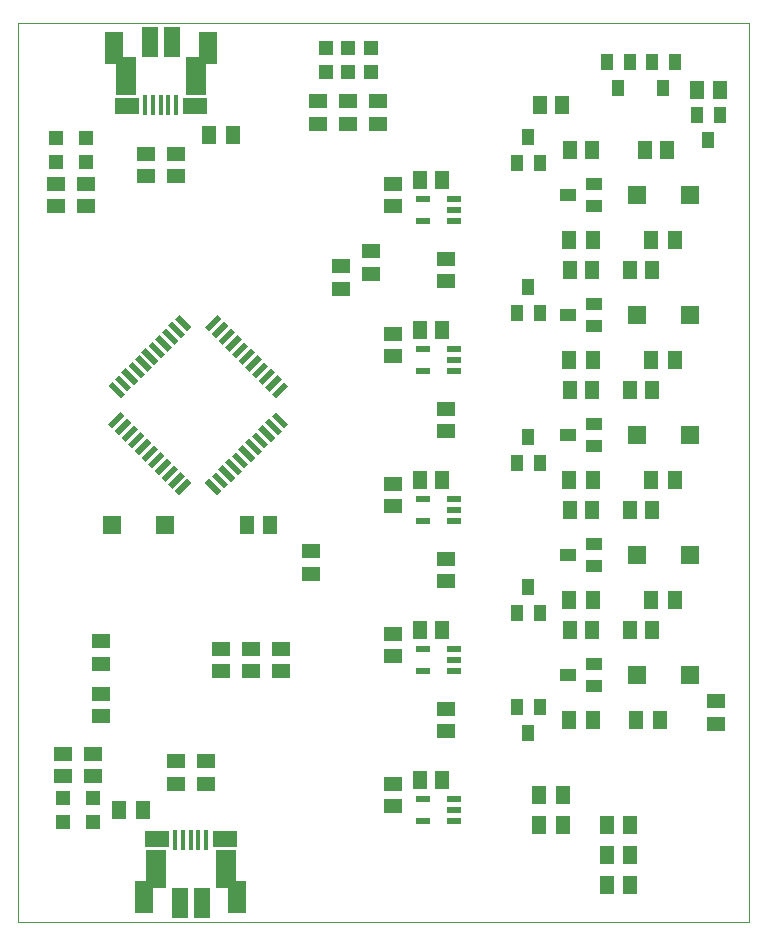
<source format=gtp>
G75*
%MOIN*%
%OFA0B0*%
%FSLAX25Y25*%
%IPPOS*%
%LPD*%
%AMOC8*
5,1,8,0,0,1.08239X$1,22.5*
%
%ADD10C,0.00000*%
%ADD11R,0.05118X0.06299*%
%ADD12R,0.05906X0.05906*%
%ADD13R,0.05512X0.03937*%
%ADD14R,0.03937X0.05512*%
%ADD15R,0.06299X0.05118*%
%ADD16R,0.01575X0.06732*%
%ADD17R,0.07874X0.05748*%
%ADD18R,0.05413X0.09843*%
%ADD19R,0.07165X0.12559*%
%ADD20R,0.06457X0.10758*%
%ADD21R,0.07165X0.12598*%
%ADD22R,0.04724X0.04724*%
%ADD23R,0.05906X0.01969*%
%ADD24R,0.01969X0.05906*%
%ADD25R,0.04724X0.02362*%
D10*
X0001800Y0002844D02*
X0001800Y0302805D01*
X0245501Y0302805D01*
X0245501Y0002844D01*
X0001800Y0002844D01*
D11*
X0035363Y0040344D03*
X0043237Y0040344D03*
X0078060Y0135344D03*
X0085540Y0135344D03*
X0135560Y0150344D03*
X0143040Y0150344D03*
X0143040Y0200344D03*
X0135560Y0200344D03*
X0135560Y0250344D03*
X0143040Y0250344D03*
X0175560Y0275344D03*
X0183040Y0275344D03*
X0185560Y0260344D03*
X0193040Y0260344D03*
X0210560Y0260344D03*
X0218040Y0260344D03*
X0228060Y0280344D03*
X0235540Y0280344D03*
X0220737Y0230344D03*
X0212863Y0230344D03*
X0213040Y0220344D03*
X0205560Y0220344D03*
X0193040Y0220344D03*
X0185560Y0220344D03*
X0185363Y0230344D03*
X0193237Y0230344D03*
X0193237Y0190344D03*
X0185363Y0190344D03*
X0185560Y0180344D03*
X0193040Y0180344D03*
X0205560Y0180344D03*
X0213040Y0180344D03*
X0212863Y0190344D03*
X0220737Y0190344D03*
X0220737Y0150344D03*
X0212863Y0150344D03*
X0213040Y0140344D03*
X0205560Y0140344D03*
X0193040Y0140344D03*
X0185560Y0140344D03*
X0185363Y0150344D03*
X0193237Y0150344D03*
X0193237Y0110344D03*
X0185363Y0110344D03*
X0185560Y0100344D03*
X0193040Y0100344D03*
X0205560Y0100344D03*
X0213040Y0100344D03*
X0212863Y0110344D03*
X0220737Y0110344D03*
X0215737Y0070344D03*
X0207863Y0070344D03*
X0193237Y0070344D03*
X0185363Y0070344D03*
X0183237Y0045344D03*
X0175363Y0045344D03*
X0175363Y0035344D03*
X0183237Y0035344D03*
X0198060Y0035344D03*
X0205540Y0035344D03*
X0205540Y0025344D03*
X0198060Y0025344D03*
X0198060Y0015344D03*
X0205540Y0015344D03*
X0143040Y0050344D03*
X0135560Y0050344D03*
X0135560Y0100344D03*
X0143040Y0100344D03*
X0073237Y0265344D03*
X0065363Y0265344D03*
D12*
X0050658Y0135344D03*
X0032942Y0135344D03*
X0207942Y0125344D03*
X0225658Y0125344D03*
X0225658Y0165344D03*
X0207942Y0165344D03*
X0207942Y0205344D03*
X0225658Y0205344D03*
X0225658Y0245344D03*
X0207942Y0245344D03*
X0207942Y0085344D03*
X0225658Y0085344D03*
D13*
X0193631Y0081604D03*
X0193631Y0089085D03*
X0184969Y0085344D03*
X0193631Y0121604D03*
X0193631Y0129085D03*
X0184969Y0125344D03*
X0193631Y0161604D03*
X0193631Y0169085D03*
X0184969Y0165344D03*
X0193631Y0201604D03*
X0193631Y0209085D03*
X0184969Y0205344D03*
X0193631Y0241604D03*
X0193631Y0249085D03*
X0184969Y0245344D03*
D14*
X0175540Y0256014D03*
X0168060Y0256014D03*
X0171800Y0264675D03*
X0198060Y0289675D03*
X0205540Y0289675D03*
X0213060Y0289675D03*
X0220540Y0289675D03*
X0216800Y0281014D03*
X0228060Y0272175D03*
X0235540Y0272175D03*
X0231800Y0263514D03*
X0201800Y0281014D03*
X0171800Y0214675D03*
X0168060Y0206014D03*
X0175540Y0206014D03*
X0171800Y0164675D03*
X0168060Y0156014D03*
X0175540Y0156014D03*
X0171800Y0114675D03*
X0168060Y0106014D03*
X0175540Y0106014D03*
X0175540Y0074675D03*
X0168060Y0074675D03*
X0171800Y0066014D03*
D15*
X0144300Y0066604D03*
X0144300Y0074085D03*
X0126800Y0091604D03*
X0126800Y0099085D03*
X0144300Y0116604D03*
X0144300Y0124085D03*
X0126800Y0141604D03*
X0126800Y0149085D03*
X0144300Y0166604D03*
X0144300Y0174085D03*
X0126800Y0191604D03*
X0126800Y0199085D03*
X0119300Y0219104D03*
X0119300Y0226585D03*
X0109300Y0221585D03*
X0109300Y0214104D03*
X0126800Y0241604D03*
X0126800Y0249085D03*
X0121800Y0269104D03*
X0121800Y0276585D03*
X0111800Y0276585D03*
X0111800Y0269104D03*
X0101800Y0269104D03*
X0101800Y0276585D03*
X0144300Y0224085D03*
X0144300Y0216604D03*
X0099300Y0126585D03*
X0099300Y0119104D03*
X0089300Y0094085D03*
X0089300Y0086604D03*
X0079300Y0086604D03*
X0079300Y0094085D03*
X0069300Y0094085D03*
X0069300Y0086604D03*
X0064300Y0056585D03*
X0064300Y0049104D03*
X0054300Y0049104D03*
X0054300Y0056585D03*
X0029300Y0071604D03*
X0029300Y0079085D03*
X0029300Y0089104D03*
X0029300Y0096585D03*
X0026800Y0059085D03*
X0026800Y0051604D03*
X0016800Y0051604D03*
X0016800Y0059085D03*
X0126800Y0049085D03*
X0126800Y0041604D03*
X0234300Y0069104D03*
X0234300Y0076585D03*
X0054300Y0251604D03*
X0054300Y0259085D03*
X0044300Y0259085D03*
X0044300Y0251604D03*
X0024300Y0249085D03*
X0024300Y0241604D03*
X0014300Y0241604D03*
X0014300Y0249085D03*
D16*
X0044182Y0275463D03*
X0046741Y0275463D03*
X0049300Y0275463D03*
X0051859Y0275463D03*
X0054418Y0275463D03*
X0054182Y0030226D03*
X0056741Y0030226D03*
X0059300Y0030226D03*
X0061859Y0030226D03*
X0064418Y0030226D03*
D17*
X0070717Y0030738D03*
X0047883Y0030738D03*
X0037883Y0274951D03*
X0060717Y0274951D03*
D18*
X0052991Y0296329D03*
X0045609Y0296329D03*
X0055609Y0009360D03*
X0062991Y0009360D03*
D19*
X0047568Y0020522D03*
X0061032Y0285167D03*
D20*
X0064930Y0294414D03*
X0033739Y0294414D03*
X0043670Y0011275D03*
X0074861Y0011275D03*
D21*
X0070963Y0020541D03*
X0037637Y0285148D03*
D22*
X0024300Y0264478D03*
X0024300Y0256211D03*
X0014300Y0256211D03*
X0014300Y0264478D03*
X0104300Y0286211D03*
X0111800Y0286211D03*
X0119300Y0286211D03*
X0119300Y0294478D03*
X0111800Y0294478D03*
X0104300Y0294478D03*
X0026800Y0044478D03*
X0026800Y0036211D03*
X0016800Y0036211D03*
X0016800Y0044478D03*
D23*
G36*
X0065419Y0150845D02*
X0069594Y0146670D01*
X0068203Y0145279D01*
X0064028Y0149454D01*
X0065419Y0150845D01*
G37*
G36*
X0067646Y0153073D02*
X0071821Y0148898D01*
X0070430Y0147507D01*
X0066255Y0151682D01*
X0067646Y0153073D01*
G37*
G36*
X0069873Y0155300D02*
X0074048Y0151125D01*
X0072657Y0149734D01*
X0068482Y0153909D01*
X0069873Y0155300D01*
G37*
G36*
X0072100Y0157527D02*
X0076275Y0153352D01*
X0074884Y0151961D01*
X0070709Y0156136D01*
X0072100Y0157527D01*
G37*
G36*
X0074327Y0159754D02*
X0078502Y0155579D01*
X0077111Y0154188D01*
X0072936Y0158363D01*
X0074327Y0159754D01*
G37*
G36*
X0076555Y0161981D02*
X0080730Y0157806D01*
X0079339Y0156415D01*
X0075164Y0160590D01*
X0076555Y0161981D01*
G37*
G36*
X0078782Y0164208D02*
X0082957Y0160033D01*
X0081566Y0158642D01*
X0077391Y0162817D01*
X0078782Y0164208D01*
G37*
G36*
X0081009Y0166435D02*
X0085184Y0162260D01*
X0083793Y0160869D01*
X0079618Y0165044D01*
X0081009Y0166435D01*
G37*
G36*
X0083236Y0168662D02*
X0087411Y0164487D01*
X0086020Y0163096D01*
X0081845Y0167271D01*
X0083236Y0168662D01*
G37*
G36*
X0085463Y0170889D02*
X0089638Y0166714D01*
X0088247Y0165323D01*
X0084072Y0169498D01*
X0085463Y0170889D01*
G37*
G36*
X0087690Y0173116D02*
X0091865Y0168941D01*
X0090474Y0167550D01*
X0086299Y0171725D01*
X0087690Y0173116D01*
G37*
G36*
X0055397Y0205410D02*
X0059572Y0201235D01*
X0058181Y0199844D01*
X0054006Y0204019D01*
X0055397Y0205410D01*
G37*
G36*
X0053170Y0203182D02*
X0057345Y0199007D01*
X0055954Y0197616D01*
X0051779Y0201791D01*
X0053170Y0203182D01*
G37*
G36*
X0050943Y0200955D02*
X0055118Y0196780D01*
X0053727Y0195389D01*
X0049552Y0199564D01*
X0050943Y0200955D01*
G37*
G36*
X0048716Y0198728D02*
X0052891Y0194553D01*
X0051500Y0193162D01*
X0047325Y0197337D01*
X0048716Y0198728D01*
G37*
G36*
X0046489Y0196501D02*
X0050664Y0192326D01*
X0049273Y0190935D01*
X0045098Y0195110D01*
X0046489Y0196501D01*
G37*
G36*
X0044261Y0194274D02*
X0048436Y0190099D01*
X0047045Y0188708D01*
X0042870Y0192883D01*
X0044261Y0194274D01*
G37*
G36*
X0042034Y0192047D02*
X0046209Y0187872D01*
X0044818Y0186481D01*
X0040643Y0190656D01*
X0042034Y0192047D01*
G37*
G36*
X0039807Y0189820D02*
X0043982Y0185645D01*
X0042591Y0184254D01*
X0038416Y0188429D01*
X0039807Y0189820D01*
G37*
G36*
X0037580Y0187593D02*
X0041755Y0183418D01*
X0040364Y0182027D01*
X0036189Y0186202D01*
X0037580Y0187593D01*
G37*
G36*
X0035353Y0185366D02*
X0039528Y0181191D01*
X0038137Y0179800D01*
X0033962Y0183975D01*
X0035353Y0185366D01*
G37*
G36*
X0033126Y0183138D02*
X0037301Y0178963D01*
X0035910Y0177572D01*
X0031735Y0181747D01*
X0033126Y0183138D01*
G37*
D24*
G36*
X0035910Y0173116D02*
X0037301Y0171725D01*
X0033126Y0167550D01*
X0031735Y0168941D01*
X0035910Y0173116D01*
G37*
G36*
X0038137Y0170889D02*
X0039528Y0169498D01*
X0035353Y0165323D01*
X0033962Y0166714D01*
X0038137Y0170889D01*
G37*
G36*
X0040364Y0168662D02*
X0041755Y0167271D01*
X0037580Y0163096D01*
X0036189Y0164487D01*
X0040364Y0168662D01*
G37*
G36*
X0042591Y0166435D02*
X0043982Y0165044D01*
X0039807Y0160869D01*
X0038416Y0162260D01*
X0042591Y0166435D01*
G37*
G36*
X0044818Y0164208D02*
X0046209Y0162817D01*
X0042034Y0158642D01*
X0040643Y0160033D01*
X0044818Y0164208D01*
G37*
G36*
X0047045Y0161981D02*
X0048436Y0160590D01*
X0044261Y0156415D01*
X0042870Y0157806D01*
X0047045Y0161981D01*
G37*
G36*
X0049273Y0159754D02*
X0050664Y0158363D01*
X0046489Y0154188D01*
X0045098Y0155579D01*
X0049273Y0159754D01*
G37*
G36*
X0051500Y0157527D02*
X0052891Y0156136D01*
X0048716Y0151961D01*
X0047325Y0153352D01*
X0051500Y0157527D01*
G37*
G36*
X0053727Y0155300D02*
X0055118Y0153909D01*
X0050943Y0149734D01*
X0049552Y0151125D01*
X0053727Y0155300D01*
G37*
G36*
X0055954Y0153073D02*
X0057345Y0151682D01*
X0053170Y0147507D01*
X0051779Y0148898D01*
X0055954Y0153073D01*
G37*
G36*
X0058181Y0150845D02*
X0059572Y0149454D01*
X0055397Y0145279D01*
X0054006Y0146670D01*
X0058181Y0150845D01*
G37*
G36*
X0088247Y0185366D02*
X0089638Y0183975D01*
X0085463Y0179800D01*
X0084072Y0181191D01*
X0088247Y0185366D01*
G37*
G36*
X0086020Y0187593D02*
X0087411Y0186202D01*
X0083236Y0182027D01*
X0081845Y0183418D01*
X0086020Y0187593D01*
G37*
G36*
X0083793Y0189820D02*
X0085184Y0188429D01*
X0081009Y0184254D01*
X0079618Y0185645D01*
X0083793Y0189820D01*
G37*
G36*
X0081566Y0192047D02*
X0082957Y0190656D01*
X0078782Y0186481D01*
X0077391Y0187872D01*
X0081566Y0192047D01*
G37*
G36*
X0079339Y0194274D02*
X0080730Y0192883D01*
X0076555Y0188708D01*
X0075164Y0190099D01*
X0079339Y0194274D01*
G37*
G36*
X0077111Y0196501D02*
X0078502Y0195110D01*
X0074327Y0190935D01*
X0072936Y0192326D01*
X0077111Y0196501D01*
G37*
G36*
X0074884Y0198728D02*
X0076275Y0197337D01*
X0072100Y0193162D01*
X0070709Y0194553D01*
X0074884Y0198728D01*
G37*
G36*
X0072657Y0200955D02*
X0074048Y0199564D01*
X0069873Y0195389D01*
X0068482Y0196780D01*
X0072657Y0200955D01*
G37*
G36*
X0070430Y0203182D02*
X0071821Y0201791D01*
X0067646Y0197616D01*
X0066255Y0199007D01*
X0070430Y0203182D01*
G37*
G36*
X0068203Y0205410D02*
X0069594Y0204019D01*
X0065419Y0199844D01*
X0064028Y0201235D01*
X0068203Y0205410D01*
G37*
G36*
X0090474Y0183138D02*
X0091865Y0181747D01*
X0087690Y0177572D01*
X0086299Y0178963D01*
X0090474Y0183138D01*
G37*
D25*
X0136658Y0186604D03*
X0136658Y0194085D03*
X0146942Y0194085D03*
X0146942Y0190344D03*
X0146942Y0186604D03*
X0146942Y0144085D03*
X0146942Y0140344D03*
X0146942Y0136604D03*
X0136658Y0136604D03*
X0136658Y0144085D03*
X0136658Y0094085D03*
X0136658Y0086604D03*
X0146942Y0086604D03*
X0146942Y0090344D03*
X0146942Y0094085D03*
X0146942Y0044085D03*
X0146942Y0040344D03*
X0146942Y0036604D03*
X0136658Y0036604D03*
X0136658Y0044085D03*
X0136658Y0236604D03*
X0136658Y0244085D03*
X0146942Y0244085D03*
X0146942Y0240344D03*
X0146942Y0236604D03*
M02*

</source>
